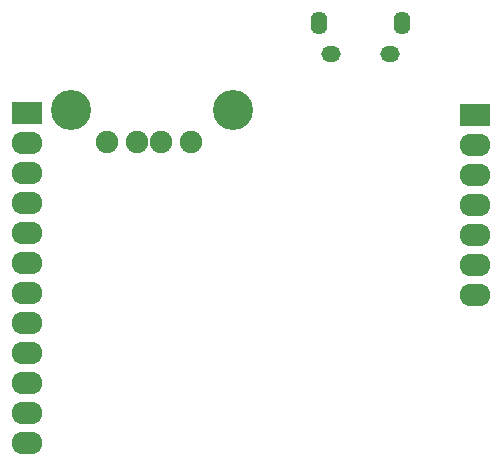
<source format=gbs>
G04 #@! TF.FileFunction,Soldermask,Bot*
%FSLAX46Y46*%
G04 Gerber Fmt 4.6, Leading zero omitted, Abs format (unit mm)*
G04 Created by KiCad (PCBNEW 4.0.2-stable) date 6/15/2017 1:23:54 PM*
%MOMM*%
G01*
G04 APERTURE LIST*
%ADD10C,0.100000*%
%ADD11O,1.650000X1.350000*%
%ADD12O,1.400000X1.950000*%
%ADD13C,1.900000*%
%ADD14C,3.400000*%
%ADD15R,2.599640X1.924000*%
%ADD16O,2.599640X1.924000*%
G04 APERTURE END LIST*
D10*
D11*
X156919300Y-74070200D03*
X151919300Y-74070200D03*
D12*
X157919300Y-71370200D03*
X150919300Y-71370200D03*
D13*
X132894800Y-81483200D03*
X135434800Y-81483200D03*
X137464800Y-81483200D03*
X140004800Y-81483200D03*
D14*
X129844800Y-78813200D03*
X143564800Y-78813200D03*
D15*
X164084000Y-79197200D03*
D16*
X164084000Y-81737200D03*
X164084000Y-84277200D03*
X164084000Y-86817200D03*
X164084000Y-89357200D03*
X164084000Y-91897200D03*
X164084000Y-94437200D03*
D15*
X126187200Y-78994000D03*
D16*
X126187200Y-81534000D03*
X126187200Y-84074000D03*
X126187200Y-86614000D03*
X126187200Y-89154000D03*
X126187200Y-91694000D03*
X126187200Y-94234000D03*
X126187200Y-96774000D03*
X126187200Y-99314000D03*
X126187200Y-101854000D03*
X126187200Y-104394000D03*
X126187200Y-106934000D03*
M02*

</source>
